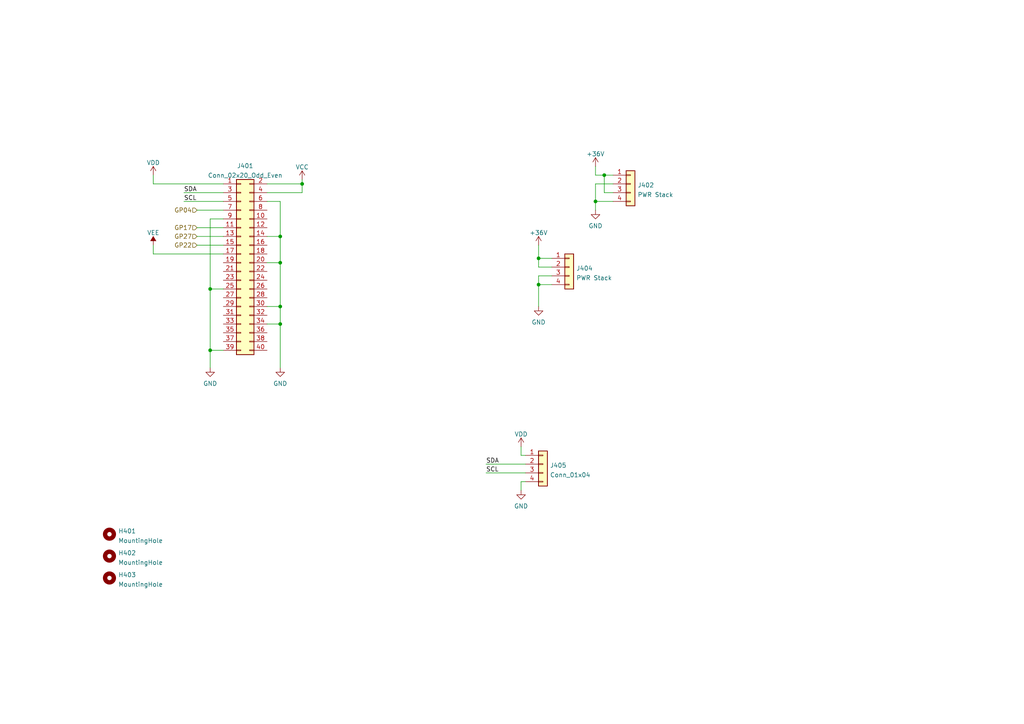
<source format=kicad_sch>
(kicad_sch (version 20211123) (generator eeschema)

  (uuid 62a1ec1f-b84b-4427-be4e-3b3ec131a801)

  (paper "A4")

  (lib_symbols
    (symbol "Connector_Generic:Conn_01x04" (pin_names (offset 1.016) hide) (in_bom yes) (on_board yes)
      (property "Reference" "J" (id 0) (at 0 5.08 0)
        (effects (font (size 1.27 1.27)))
      )
      (property "Value" "Conn_01x04" (id 1) (at 0 -7.62 0)
        (effects (font (size 1.27 1.27)))
      )
      (property "Footprint" "" (id 2) (at 0 0 0)
        (effects (font (size 1.27 1.27)) hide)
      )
      (property "Datasheet" "~" (id 3) (at 0 0 0)
        (effects (font (size 1.27 1.27)) hide)
      )
      (property "ki_keywords" "connector" (id 4) (at 0 0 0)
        (effects (font (size 1.27 1.27)) hide)
      )
      (property "ki_description" "Generic connector, single row, 01x04, script generated (kicad-library-utils/schlib/autogen/connector/)" (id 5) (at 0 0 0)
        (effects (font (size 1.27 1.27)) hide)
      )
      (property "ki_fp_filters" "Connector*:*_1x??_*" (id 6) (at 0 0 0)
        (effects (font (size 1.27 1.27)) hide)
      )
      (symbol "Conn_01x04_1_1"
        (rectangle (start -1.27 -4.953) (end 0 -5.207)
          (stroke (width 0.1524) (type default) (color 0 0 0 0))
          (fill (type none))
        )
        (rectangle (start -1.27 -2.413) (end 0 -2.667)
          (stroke (width 0.1524) (type default) (color 0 0 0 0))
          (fill (type none))
        )
        (rectangle (start -1.27 0.127) (end 0 -0.127)
          (stroke (width 0.1524) (type default) (color 0 0 0 0))
          (fill (type none))
        )
        (rectangle (start -1.27 2.667) (end 0 2.413)
          (stroke (width 0.1524) (type default) (color 0 0 0 0))
          (fill (type none))
        )
        (rectangle (start -1.27 3.81) (end 1.27 -6.35)
          (stroke (width 0.254) (type default) (color 0 0 0 0))
          (fill (type background))
        )
        (pin passive line (at -5.08 2.54 0) (length 3.81)
          (name "Pin_1" (effects (font (size 1.27 1.27))))
          (number "1" (effects (font (size 1.27 1.27))))
        )
        (pin passive line (at -5.08 0 0) (length 3.81)
          (name "Pin_2" (effects (font (size 1.27 1.27))))
          (number "2" (effects (font (size 1.27 1.27))))
        )
        (pin passive line (at -5.08 -2.54 0) (length 3.81)
          (name "Pin_3" (effects (font (size 1.27 1.27))))
          (number "3" (effects (font (size 1.27 1.27))))
        )
        (pin passive line (at -5.08 -5.08 0) (length 3.81)
          (name "Pin_4" (effects (font (size 1.27 1.27))))
          (number "4" (effects (font (size 1.27 1.27))))
        )
      )
    )
    (symbol "Connector_Generic:Conn_02x20_Odd_Even" (pin_names (offset 1.016) hide) (in_bom yes) (on_board yes)
      (property "Reference" "J" (id 0) (at 1.27 25.4 0)
        (effects (font (size 1.27 1.27)))
      )
      (property "Value" "Conn_02x20_Odd_Even" (id 1) (at 1.27 -27.94 0)
        (effects (font (size 1.27 1.27)))
      )
      (property "Footprint" "" (id 2) (at 0 0 0)
        (effects (font (size 1.27 1.27)) hide)
      )
      (property "Datasheet" "~" (id 3) (at 0 0 0)
        (effects (font (size 1.27 1.27)) hide)
      )
      (property "ki_keywords" "connector" (id 4) (at 0 0 0)
        (effects (font (size 1.27 1.27)) hide)
      )
      (property "ki_description" "Generic connector, double row, 02x20, odd/even pin numbering scheme (row 1 odd numbers, row 2 even numbers), script generated (kicad-library-utils/schlib/autogen/connector/)" (id 5) (at 0 0 0)
        (effects (font (size 1.27 1.27)) hide)
      )
      (property "ki_fp_filters" "Connector*:*_2x??_*" (id 6) (at 0 0 0)
        (effects (font (size 1.27 1.27)) hide)
      )
      (symbol "Conn_02x20_Odd_Even_1_1"
        (rectangle (start -1.27 -25.273) (end 0 -25.527)
          (stroke (width 0.1524) (type default) (color 0 0 0 0))
          (fill (type none))
        )
        (rectangle (start -1.27 -22.733) (end 0 -22.987)
          (stroke (width 0.1524) (type default) (color 0 0 0 0))
          (fill (type none))
        )
        (rectangle (start -1.27 -20.193) (end 0 -20.447)
          (stroke (width 0.1524) (type default) (color 0 0 0 0))
          (fill (type none))
        )
        (rectangle (start -1.27 -17.653) (end 0 -17.907)
          (stroke (width 0.1524) (type default) (color 0 0 0 0))
          (fill (type none))
        )
        (rectangle (start -1.27 -15.113) (end 0 -15.367)
          (stroke (width 0.1524) (type default) (color 0 0 0 0))
          (fill (type none))
        )
        (rectangle (start -1.27 -12.573) (end 0 -12.827)
          (stroke (width 0.1524) (type default) (color 0 0 0 0))
          (fill (type none))
        )
        (rectangle (start -1.27 -10.033) (end 0 -10.287)
          (stroke (width 0.1524) (type default) (color 0 0 0 0))
          (fill (type none))
        )
        (rectangle (start -1.27 -7.493) (end 0 -7.747)
          (stroke (width 0.1524) (type default) (color 0 0 0 0))
          (fill (type none))
        )
        (rectangle (start -1.27 -4.953) (end 0 -5.207)
          (stroke (width 0.1524) (type default) (color 0 0 0 0))
          (fill (type none))
        )
        (rectangle (start -1.27 -2.413) (end 0 -2.667)
          (stroke (width 0.1524) (type default) (color 0 0 0 0))
          (fill (type none))
        )
        (rectangle (start -1.27 0.127) (end 0 -0.127)
          (stroke (width 0.1524) (type default) (color 0 0 0 0))
          (fill (type none))
        )
        (rectangle (start -1.27 2.667) (end 0 2.413)
          (stroke (width 0.1524) (type default) (color 0 0 0 0))
          (fill (type none))
        )
        (rectangle (start -1.27 5.207) (end 0 4.953)
          (stroke (width 0.1524) (type default) (color 0 0 0 0))
          (fill (type none))
        )
        (rectangle (start -1.27 7.747) (end 0 7.493)
          (stroke (width 0.1524) (type default) (color 0 0 0 0))
          (fill (type none))
        )
        (rectangle (start -1.27 10.287) (end 0 10.033)
          (stroke (width 0.1524) (type default) (color 0 0 0 0))
          (fill (type none))
        )
        (rectangle (start -1.27 12.827) (end 0 12.573)
          (stroke (width 0.1524) (type default) (color 0 0 0 0))
          (fill (type none))
        )
        (rectangle (start -1.27 15.367) (end 0 15.113)
          (stroke (width 0.1524) (type default) (color 0 0 0 0))
          (fill (type none))
        )
        (rectangle (start -1.27 17.907) (end 0 17.653)
          (stroke (width 0.1524) (type default) (color 0 0 0 0))
          (fill (type none))
        )
        (rectangle (start -1.27 20.447) (end 0 20.193)
          (stroke (width 0.1524) (type default) (color 0 0 0 0))
          (fill (type none))
        )
        (rectangle (start -1.27 22.987) (end 0 22.733)
          (stroke (width 0.1524) (type default) (color 0 0 0 0))
          (fill (type none))
        )
        (rectangle (start -1.27 24.13) (end 3.81 -26.67)
          (stroke (width 0.254) (type default) (color 0 0 0 0))
          (fill (type background))
        )
        (rectangle (start 3.81 -25.273) (end 2.54 -25.527)
          (stroke (width 0.1524) (type default) (color 0 0 0 0))
          (fill (type none))
        )
        (rectangle (start 3.81 -22.733) (end 2.54 -22.987)
          (stroke (width 0.1524) (type default) (color 0 0 0 0))
          (fill (type none))
        )
        (rectangle (start 3.81 -20.193) (end 2.54 -20.447)
          (stroke (width 0.1524) (type default) (color 0 0 0 0))
          (fill (type none))
        )
        (rectangle (start 3.81 -17.653) (end 2.54 -17.907)
          (stroke (width 0.1524) (type default) (color 0 0 0 0))
          (fill (type none))
        )
        (rectangle (start 3.81 -15.113) (end 2.54 -15.367)
          (stroke (width 0.1524) (type default) (color 0 0 0 0))
          (fill (type none))
        )
        (rectangle (start 3.81 -12.573) (end 2.54 -12.827)
          (stroke (width 0.1524) (type default) (color 0 0 0 0))
          (fill (type none))
        )
        (rectangle (start 3.81 -10.033) (end 2.54 -10.287)
          (stroke (width 0.1524) (type default) (color 0 0 0 0))
          (fill (type none))
        )
        (rectangle (start 3.81 -7.493) (end 2.54 -7.747)
          (stroke (width 0.1524) (type default) (color 0 0 0 0))
          (fill (type none))
        )
        (rectangle (start 3.81 -4.953) (end 2.54 -5.207)
          (stroke (width 0.1524) (type default) (color 0 0 0 0))
          (fill (type none))
        )
        (rectangle (start 3.81 -2.413) (end 2.54 -2.667)
          (stroke (width 0.1524) (type default) (color 0 0 0 0))
          (fill (type none))
        )
        (rectangle (start 3.81 0.127) (end 2.54 -0.127)
          (stroke (width 0.1524) (type default) (color 0 0 0 0))
          (fill (type none))
        )
        (rectangle (start 3.81 2.667) (end 2.54 2.413)
          (stroke (width 0.1524) (type default) (color 0 0 0 0))
          (fill (type none))
        )
        (rectangle (start 3.81 5.207) (end 2.54 4.953)
          (stroke (width 0.1524) (type default) (color 0 0 0 0))
          (fill (type none))
        )
        (rectangle (start 3.81 7.747) (end 2.54 7.493)
          (stroke (width 0.1524) (type default) (color 0 0 0 0))
          (fill (type none))
        )
        (rectangle (start 3.81 10.287) (end 2.54 10.033)
          (stroke (width 0.1524) (type default) (color 0 0 0 0))
          (fill (type none))
        )
        (rectangle (start 3.81 12.827) (end 2.54 12.573)
          (stroke (width 0.1524) (type default) (color 0 0 0 0))
          (fill (type none))
        )
        (rectangle (start 3.81 15.367) (end 2.54 15.113)
          (stroke (width 0.1524) (type default) (color 0 0 0 0))
          (fill (type none))
        )
        (rectangle (start 3.81 17.907) (end 2.54 17.653)
          (stroke (width 0.1524) (type default) (color 0 0 0 0))
          (fill (type none))
        )
        (rectangle (start 3.81 20.447) (end 2.54 20.193)
          (stroke (width 0.1524) (type default) (color 0 0 0 0))
          (fill (type none))
        )
        (rectangle (start 3.81 22.987) (end 2.54 22.733)
          (stroke (width 0.1524) (type default) (color 0 0 0 0))
          (fill (type none))
        )
        (pin passive line (at -5.08 22.86 0) (length 3.81)
          (name "Pin_1" (effects (font (size 1.27 1.27))))
          (number "1" (effects (font (size 1.27 1.27))))
        )
        (pin passive line (at 7.62 12.7 180) (length 3.81)
          (name "Pin_10" (effects (font (size 1.27 1.27))))
          (number "10" (effects (font (size 1.27 1.27))))
        )
        (pin passive line (at -5.08 10.16 0) (length 3.81)
          (name "Pin_11" (effects (font (size 1.27 1.27))))
          (number "11" (effects (font (size 1.27 1.27))))
        )
        (pin passive line (at 7.62 10.16 180) (length 3.81)
          (name "Pin_12" (effects (font (size 1.27 1.27))))
          (number "12" (effects (font (size 1.27 1.27))))
        )
        (pin passive line (at -5.08 7.62 0) (length 3.81)
          (name "Pin_13" (effects (font (size 1.27 1.27))))
          (number "13" (effects (font (size 1.27 1.27))))
        )
        (pin passive line (at 7.62 7.62 180) (length 3.81)
          (name "Pin_14" (effects (font (size 1.27 1.27))))
          (number "14" (effects (font (size 1.27 1.27))))
        )
        (pin passive line (at -5.08 5.08 0) (length 3.81)
          (name "Pin_15" (effects (font (size 1.27 1.27))))
          (number "15" (effects (font (size 1.27 1.27))))
        )
        (pin passive line (at 7.62 5.08 180) (length 3.81)
          (name "Pin_16" (effects (font (size 1.27 1.27))))
          (number "16" (effects (font (size 1.27 1.27))))
        )
        (pin passive line (at -5.08 2.54 0) (length 3.81)
          (name "Pin_17" (effects (font (size 1.27 1.27))))
          (number "17" (effects (font (size 1.27 1.27))))
        )
        (pin passive line (at 7.62 2.54 180) (length 3.81)
          (name "Pin_18" (effects (font (size 1.27 1.27))))
          (number "18" (effects (font (size 1.27 1.27))))
        )
        (pin passive line (at -5.08 0 0) (length 3.81)
          (name "Pin_19" (effects (font (size 1.27 1.27))))
          (number "19" (effects (font (size 1.27 1.27))))
        )
        (pin passive line (at 7.62 22.86 180) (length 3.81)
          (name "Pin_2" (effects (font (size 1.27 1.27))))
          (number "2" (effects (font (size 1.27 1.27))))
        )
        (pin passive line (at 7.62 0 180) (length 3.81)
          (name "Pin_20" (effects (font (size 1.27 1.27))))
          (number "20" (effects (font (size 1.27 1.27))))
        )
        (pin passive line (at -5.08 -2.54 0) (length 3.81)
          (name "Pin_21" (effects (font (size 1.27 1.27))))
          (number "21" (effects (font (size 1.27 1.27))))
        )
        (pin passive line (at 7.62 -2.54 180) (length 3.81)
          (name "Pin_22" (effects (font (size 1.27 1.27))))
          (number "22" (effects (font (size 1.27 1.27))))
        )
        (pin passive line (at -5.08 -5.08 0) (length 3.81)
          (name "Pin_23" (effects (font (size 1.27 1.27))))
          (number "23" (effects (font (size 1.27 1.27))))
        )
        (pin passive line (at 7.62 -5.08 180) (length 3.81)
          (name "Pin_24" (effects (font (size 1.27 1.27))))
          (number "24" (effects (font (size 1.27 1.27))))
        )
        (pin passive line (at -5.08 -7.62 0) (length 3.81)
          (name "Pin_25" (effects (font (size 1.27 1.27))))
          (number "25" (effects (font (size 1.27 1.27))))
        )
        (pin passive line (at 7.62 -7.62 180) (length 3.81)
          (name "Pin_26" (effects (font (size 1.27 1.27))))
          (number "26" (effects (font (size 1.27 1.27))))
        )
        (pin passive line (at -5.08 -10.16 0) (length 3.81)
          (name "Pin_27" (effects (font (size 1.27 1.27))))
          (number "27" (effects (font (size 1.27 1.27))))
        )
        (pin passive line (at 7.62 -10.16 180) (length 3.81)
          (name "Pin_28" (effects (font (size 1.27 1.27))))
          (number "28" (effects (font (size 1.27 1.27))))
        )
        (pin passive line (at -5.08 -12.7 0) (length 3.81)
          (name "Pin_29" (effects (font (size 1.27 1.27))))
          (number "29" (effects (font (size 1.27 1.27))))
        )
        (pin passive line (at -5.08 20.32 0) (length 3.81)
          (name "Pin_3" (effects (font (size 1.27 1.27))))
          (number "3" (effects (font (size 1.27 1.27))))
        )
        (pin passive line (at 7.62 -12.7 180) (length 3.81)
          (name "Pin_30" (effects (font (size 1.27 1.27))))
          (number "30" (effects (font (size 1.27 1.27))))
        )
        (pin passive line (at -5.08 -15.24 0) (length 3.81)
          (name "Pin_31" (effects (font (size 1.27 1.27))))
          (number "31" (effects (font (size 1.27 1.27))))
        )
        (pin passive line (at 7.62 -15.24 180) (length 3.81)
          (name "Pin_32" (effects (font (size 1.27 1.27))))
          (number "32" (effects (font (size 1.27 1.27))))
        )
        (pin passive line (at -5.08 -17.78 0) (length 3.81)
          (name "Pin_33" (effects (font (size 1.27 1.27))))
          (number "33" (effects (font (size 1.27 1.27))))
        )
        (pin passive line (at 7.62 -17.78 180) (length 3.81)
          (name "Pin_34" (effects (font (size 1.27 1.27))))
          (number "34" (effects (font (size 1.27 1.27))))
        )
        (pin passive line (at -5.08 -20.32 0) (length 3.81)
          (name "Pin_35" (effects (font (size 1.27 1.27))))
          (number "35" (effects (font (size 1.27 1.27))))
        )
        (pin passive line (at 7.62 -20.32 180) (length 3.81)
          (name "Pin_36" (effects (font (size 1.27 1.27))))
          (number "36" (effects (font (size 1.27 1.27))))
        )
        (pin passive line (at -5.08 -22.86 0) (length 3.81)
          (name "Pin_37" (effects (font (size 1.27 1.27))))
          (number "37" (effects (font (size 1.27 1.27))))
        )
        (pin passive line (at 7.62 -22.86 180) (length 3.81)
          (name "Pin_38" (effects (font (size 1.27 1.27))))
          (number "38" (effects (font (size 1.27 1.27))))
        )
        (pin passive line (at -5.08 -25.4 0) (length 3.81)
          (name "Pin_39" (effects (font (size 1.27 1.27))))
          (number "39" (effects (font (size 1.27 1.27))))
        )
        (pin passive line (at 7.62 20.32 180) (length 3.81)
          (name "Pin_4" (effects (font (size 1.27 1.27))))
          (number "4" (effects (font (size 1.27 1.27))))
        )
        (pin passive line (at 7.62 -25.4 180) (length 3.81)
          (name "Pin_40" (effects (font (size 1.27 1.27))))
          (number "40" (effects (font (size 1.27 1.27))))
        )
        (pin passive line (at -5.08 17.78 0) (length 3.81)
          (name "Pin_5" (effects (font (size 1.27 1.27))))
          (number "5" (effects (font (size 1.27 1.27))))
        )
        (pin passive line (at 7.62 17.78 180) (length 3.81)
          (name "Pin_6" (effects (font (size 1.27 1.27))))
          (number "6" (effects (font (size 1.27 1.27))))
        )
        (pin passive line (at -5.08 15.24 0) (length 3.81)
          (name "Pin_7" (effects (font (size 1.27 1.27))))
          (number "7" (effects (font (size 1.27 1.27))))
        )
        (pin passive line (at 7.62 15.24 180) (length 3.81)
          (name "Pin_8" (effects (font (size 1.27 1.27))))
          (number "8" (effects (font (size 1.27 1.27))))
        )
        (pin passive line (at -5.08 12.7 0) (length 3.81)
          (name "Pin_9" (effects (font (size 1.27 1.27))))
          (number "9" (effects (font (size 1.27 1.27))))
        )
      )
    )
    (symbol "Mechanical:MountingHole" (pin_names (offset 1.016)) (in_bom yes) (on_board yes)
      (property "Reference" "H" (id 0) (at 0 5.08 0)
        (effects (font (size 1.27 1.27)))
      )
      (property "Value" "MountingHole" (id 1) (at 0 3.175 0)
        (effects (font (size 1.27 1.27)))
      )
      (property "Footprint" "" (id 2) (at 0 0 0)
        (effects (font (size 1.27 1.27)) hide)
      )
      (property "Datasheet" "~" (id 3) (at 0 0 0)
        (effects (font (size 1.27 1.27)) hide)
      )
      (property "ki_keywords" "mounting hole" (id 4) (at 0 0 0)
        (effects (font (size 1.27 1.27)) hide)
      )
      (property "ki_description" "Mounting Hole without connection" (id 5) (at 0 0 0)
        (effects (font (size 1.27 1.27)) hide)
      )
      (property "ki_fp_filters" "MountingHole*" (id 6) (at 0 0 0)
        (effects (font (size 1.27 1.27)) hide)
      )
      (symbol "MountingHole_0_1"
        (circle (center 0 0) (radius 1.27)
          (stroke (width 1.27) (type default) (color 0 0 0 0))
          (fill (type none))
        )
      )
    )
    (symbol "power:+36V" (power) (pin_names (offset 0)) (in_bom yes) (on_board yes)
      (property "Reference" "#PWR" (id 0) (at 0 -3.81 0)
        (effects (font (size 1.27 1.27)) hide)
      )
      (property "Value" "+36V" (id 1) (at 0 3.556 0)
        (effects (font (size 1.27 1.27)))
      )
      (property "Footprint" "" (id 2) (at 0 0 0)
        (effects (font (size 1.27 1.27)) hide)
      )
      (property "Datasheet" "" (id 3) (at 0 0 0)
        (effects (font (size 1.27 1.27)) hide)
      )
      (property "ki_keywords" "power-flag" (id 4) (at 0 0 0)
        (effects (font (size 1.27 1.27)) hide)
      )
      (property "ki_description" "Power symbol creates a global label with name \"+36V\"" (id 5) (at 0 0 0)
        (effects (font (size 1.27 1.27)) hide)
      )
      (symbol "+36V_0_1"
        (polyline
          (pts
            (xy -0.762 1.27)
            (xy 0 2.54)
          )
          (stroke (width 0) (type default) (color 0 0 0 0))
          (fill (type none))
        )
        (polyline
          (pts
            (xy 0 0)
            (xy 0 2.54)
          )
          (stroke (width 0) (type default) (color 0 0 0 0))
          (fill (type none))
        )
        (polyline
          (pts
            (xy 0 2.54)
            (xy 0.762 1.27)
          )
          (stroke (width 0) (type default) (color 0 0 0 0))
          (fill (type none))
        )
      )
      (symbol "+36V_1_1"
        (pin power_in line (at 0 0 90) (length 0) hide
          (name "+36V" (effects (font (size 1.27 1.27))))
          (number "1" (effects (font (size 1.27 1.27))))
        )
      )
    )
    (symbol "power:GND" (power) (pin_names (offset 0)) (in_bom yes) (on_board yes)
      (property "Reference" "#PWR" (id 0) (at 0 -6.35 0)
        (effects (font (size 1.27 1.27)) hide)
      )
      (property "Value" "GND" (id 1) (at 0 -3.81 0)
        (effects (font (size 1.27 1.27)))
      )
      (property "Footprint" "" (id 2) (at 0 0 0)
        (effects (font (size 1.27 1.27)) hide)
      )
      (property "Datasheet" "" (id 3) (at 0 0 0)
        (effects (font (size 1.27 1.27)) hide)
      )
      (property "ki_keywords" "power-flag" (id 4) (at 0 0 0)
        (effects (font (size 1.27 1.27)) hide)
      )
      (property "ki_description" "Power symbol creates a global label with name \"GND\" , ground" (id 5) (at 0 0 0)
        (effects (font (size 1.27 1.27)) hide)
      )
      (symbol "GND_0_1"
        (polyline
          (pts
            (xy 0 0)
            (xy 0 -1.27)
            (xy 1.27 -1.27)
            (xy 0 -2.54)
            (xy -1.27 -1.27)
            (xy 0 -1.27)
          )
          (stroke (width 0) (type default) (color 0 0 0 0))
          (fill (type none))
        )
      )
      (symbol "GND_1_1"
        (pin power_in line (at 0 0 270) (length 0) hide
          (name "GND" (effects (font (size 1.27 1.27))))
          (number "1" (effects (font (size 1.27 1.27))))
        )
      )
    )
    (symbol "power:VCC" (power) (pin_names (offset 0)) (in_bom yes) (on_board yes)
      (property "Reference" "#PWR" (id 0) (at 0 -3.81 0)
        (effects (font (size 1.27 1.27)) hide)
      )
      (property "Value" "VCC" (id 1) (at 0 3.81 0)
        (effects (font (size 1.27 1.27)))
      )
      (property "Footprint" "" (id 2) (at 0 0 0)
        (effects (font (size 1.27 1.27)) hide)
      )
      (property "Datasheet" "" (id 3) (at 0 0 0)
        (effects (font (size 1.27 1.27)) hide)
      )
      (property "ki_keywords" "power-flag" (id 4) (at 0 0 0)
        (effects (font (size 1.27 1.27)) hide)
      )
      (property "ki_description" "Power symbol creates a global label with name \"VCC\"" (id 5) (at 0 0 0)
        (effects (font (size 1.27 1.27)) hide)
      )
      (symbol "VCC_0_1"
        (polyline
          (pts
            (xy -0.762 1.27)
            (xy 0 2.54)
          )
          (stroke (width 0) (type default) (color 0 0 0 0))
          (fill (type none))
        )
        (polyline
          (pts
            (xy 0 0)
            (xy 0 2.54)
          )
          (stroke (width 0) (type default) (color 0 0 0 0))
          (fill (type none))
        )
        (polyline
          (pts
            (xy 0 2.54)
            (xy 0.762 1.27)
          )
          (stroke (width 0) (type default) (color 0 0 0 0))
          (fill (type none))
        )
      )
      (symbol "VCC_1_1"
        (pin power_in line (at 0 0 90) (length 0) hide
          (name "VCC" (effects (font (size 1.27 1.27))))
          (number "1" (effects (font (size 1.27 1.27))))
        )
      )
    )
    (symbol "power:VDD" (power) (pin_names (offset 0)) (in_bom yes) (on_board yes)
      (property "Reference" "#PWR" (id 0) (at 0 -3.81 0)
        (effects (font (size 1.27 1.27)) hide)
      )
      (property "Value" "VDD" (id 1) (at 0 3.81 0)
        (effects (font (size 1.27 1.27)))
      )
      (property "Footprint" "" (id 2) (at 0 0 0)
        (effects (font (size 1.27 1.27)) hide)
      )
      (property "Datasheet" "" (id 3) (at 0 0 0)
        (effects (font (size 1.27 1.27)) hide)
      )
      (property "ki_keywords" "power-flag" (id 4) (at 0 0 0)
        (effects (font (size 1.27 1.27)) hide)
      )
      (property "ki_description" "Power symbol creates a global label with name \"VDD\"" (id 5) (at 0 0 0)
        (effects (font (size 1.27 1.27)) hide)
      )
      (symbol "VDD_0_1"
        (polyline
          (pts
            (xy -0.762 1.27)
            (xy 0 2.54)
          )
          (stroke (width 0) (type default) (color 0 0 0 0))
          (fill (type none))
        )
        (polyline
          (pts
            (xy 0 0)
            (xy 0 2.54)
          )
          (stroke (width 0) (type default) (color 0 0 0 0))
          (fill (type none))
        )
        (polyline
          (pts
            (xy 0 2.54)
            (xy 0.762 1.27)
          )
          (stroke (width 0) (type default) (color 0 0 0 0))
          (fill (type none))
        )
      )
      (symbol "VDD_1_1"
        (pin power_in line (at 0 0 90) (length 0) hide
          (name "VDD" (effects (font (size 1.27 1.27))))
          (number "1" (effects (font (size 1.27 1.27))))
        )
      )
    )
    (symbol "power:VEE" (power) (pin_names (offset 0)) (in_bom yes) (on_board yes)
      (property "Reference" "#PWR" (id 0) (at 0 -3.81 0)
        (effects (font (size 1.27 1.27)) hide)
      )
      (property "Value" "VEE" (id 1) (at 0 3.81 0)
        (effects (font (size 1.27 1.27)))
      )
      (property "Footprint" "" (id 2) (at 0 0 0)
        (effects (font (size 1.27 1.27)) hide)
      )
      (property "Datasheet" "" (id 3) (at 0 0 0)
        (effects (font (size 1.27 1.27)) hide)
      )
      (property "ki_keywords" "power-flag" (id 4) (at 0 0 0)
        (effects (font (size 1.27 1.27)) hide)
      )
      (property "ki_description" "Power symbol creates a global label with name \"VEE\"" (id 5) (at 0 0 0)
        (effects (font (size 1.27 1.27)) hide)
      )
      (symbol "VEE_0_1"
        (polyline
          (pts
            (xy 0 0)
            (xy 0 2.54)
          )
          (stroke (width 0) (type default) (color 0 0 0 0))
          (fill (type none))
        )
        (polyline
          (pts
            (xy 0.762 1.27)
            (xy -0.762 1.27)
            (xy 0 2.54)
            (xy 0.762 1.27)
          )
          (stroke (width 0) (type default) (color 0 0 0 0))
          (fill (type outline))
        )
      )
      (symbol "VEE_1_1"
        (pin power_in line (at 0 0 90) (length 0) hide
          (name "VEE" (effects (font (size 1.27 1.27))))
          (number "1" (effects (font (size 1.27 1.27))))
        )
      )
    )
  )

  (junction (at 172.72 58.42) (diameter 0) (color 0 0 0 0)
    (uuid 15fcb07b-b465-42d5-8175-624d61c1d734)
  )
  (junction (at 81.28 88.9) (diameter 0) (color 0 0 0 0)
    (uuid 462eb228-8aa3-48dd-8cfa-8b902abfbf20)
  )
  (junction (at 60.96 83.82) (diameter 0) (color 0 0 0 0)
    (uuid 4c6ccb7b-403b-412e-994b-c0d46c490271)
  )
  (junction (at 81.28 76.2) (diameter 0) (color 0 0 0 0)
    (uuid 51b9e90c-d28e-43a3-8ccd-623e4dedd350)
  )
  (junction (at 156.21 74.93) (diameter 0) (color 0 0 0 0)
    (uuid 57332507-2d6f-4b05-9a23-354b2a8d15f9)
  )
  (junction (at 60.96 101.6) (diameter 0) (color 0 0 0 0)
    (uuid 5e28b3b4-bfc8-41dc-a5ed-031c3971e334)
  )
  (junction (at 81.28 68.58) (diameter 0) (color 0 0 0 0)
    (uuid 644e9fd3-00cd-4c5a-8cf2-e2a9de170b3f)
  )
  (junction (at 87.63 53.34) (diameter 0) (color 0 0 0 0)
    (uuid 6869b487-e5aa-4684-b0d8-3afb6211c734)
  )
  (junction (at 81.28 93.98) (diameter 0) (color 0 0 0 0)
    (uuid 83acd39e-68a7-40d2-83a4-e2609f1d7c53)
  )
  (junction (at 175.26 50.8) (diameter 0) (color 0 0 0 0)
    (uuid 950c8a1f-b544-4a09-a49b-c216f476ef50)
  )
  (junction (at 156.21 82.55) (diameter 0) (color 0 0 0 0)
    (uuid f2005ad4-a31b-432d-80ea-79a651bf6255)
  )

  (wire (pts (xy 140.97 134.62) (xy 152.4 134.62))
    (stroke (width 0) (type default) (color 0 0 0 0))
    (uuid 03cb4808-743e-4638-81a2-fd81feb88d5d)
  )
  (wire (pts (xy 156.21 82.55) (xy 160.02 82.55))
    (stroke (width 0) (type default) (color 0 0 0 0))
    (uuid 0772f4fc-3151-402d-a2e8-ec8bf38df224)
  )
  (wire (pts (xy 87.63 53.34) (xy 87.63 55.88))
    (stroke (width 0) (type default) (color 0 0 0 0))
    (uuid 0b7d51fd-739c-4e2a-90ee-a530d92b1018)
  )
  (wire (pts (xy 87.63 55.88) (xy 77.47 55.88))
    (stroke (width 0) (type default) (color 0 0 0 0))
    (uuid 0f23ac77-1177-42e1-827b-7eb9c1971619)
  )
  (wire (pts (xy 77.47 76.2) (xy 81.28 76.2))
    (stroke (width 0) (type default) (color 0 0 0 0))
    (uuid 11a20cda-dac9-4429-b7af-ddaeb3f163c0)
  )
  (wire (pts (xy 156.21 74.93) (xy 160.02 74.93))
    (stroke (width 0) (type default) (color 0 0 0 0))
    (uuid 1ce919f4-fb7f-41ba-be19-4edf12c50c4d)
  )
  (wire (pts (xy 177.8 58.42) (xy 172.72 58.42))
    (stroke (width 0) (type default) (color 0 0 0 0))
    (uuid 1ea4aa58-8f68-4290-bb3c-03d0764d6aba)
  )
  (wire (pts (xy 172.72 48.26) (xy 172.72 50.8))
    (stroke (width 0) (type default) (color 0 0 0 0))
    (uuid 25d8c5cb-5328-4511-b490-328e4fdc1355)
  )
  (wire (pts (xy 60.96 101.6) (xy 60.96 106.68))
    (stroke (width 0) (type default) (color 0 0 0 0))
    (uuid 28c47793-7fbc-4126-b1cb-750c7b7fe43f)
  )
  (wire (pts (xy 81.28 106.68) (xy 81.28 93.98))
    (stroke (width 0) (type default) (color 0 0 0 0))
    (uuid 2a0c2c92-dbea-4d44-a0ac-384547b55b52)
  )
  (wire (pts (xy 44.45 50.8) (xy 44.45 53.34))
    (stroke (width 0) (type default) (color 0 0 0 0))
    (uuid 2c96ca3f-d3b8-4ac1-99e0-5ea18190eecf)
  )
  (wire (pts (xy 172.72 50.8) (xy 175.26 50.8))
    (stroke (width 0) (type default) (color 0 0 0 0))
    (uuid 2cabe5ea-d0a4-40d6-a1ed-55e653e5f39b)
  )
  (wire (pts (xy 64.77 101.6) (xy 60.96 101.6))
    (stroke (width 0) (type default) (color 0 0 0 0))
    (uuid 2d02efcf-f68f-439c-bcff-20fd37aaa885)
  )
  (wire (pts (xy 81.28 93.98) (xy 81.28 88.9))
    (stroke (width 0) (type default) (color 0 0 0 0))
    (uuid 2dff0a1d-dd6e-46a8-bad7-e3629ad1ee17)
  )
  (wire (pts (xy 151.13 129.54) (xy 151.13 132.08))
    (stroke (width 0) (type default) (color 0 0 0 0))
    (uuid 2ea529fd-3532-4c9f-87d5-c95b4717c49b)
  )
  (wire (pts (xy 60.96 83.82) (xy 60.96 101.6))
    (stroke (width 0) (type default) (color 0 0 0 0))
    (uuid 347e01d9-fd8f-459d-b05e-a3ea31d09f38)
  )
  (wire (pts (xy 152.4 139.7) (xy 151.13 139.7))
    (stroke (width 0) (type default) (color 0 0 0 0))
    (uuid 38dab437-fb8a-4b59-86a7-b46a3e758efd)
  )
  (wire (pts (xy 44.45 73.66) (xy 64.77 73.66))
    (stroke (width 0) (type default) (color 0 0 0 0))
    (uuid 3d0a529f-bea6-481d-b3e3-78709acee1b2)
  )
  (wire (pts (xy 81.28 76.2) (xy 81.28 68.58))
    (stroke (width 0) (type default) (color 0 0 0 0))
    (uuid 3dd12983-1c11-4774-87bc-9e6e1cc5b11c)
  )
  (wire (pts (xy 77.47 53.34) (xy 87.63 53.34))
    (stroke (width 0) (type default) (color 0 0 0 0))
    (uuid 3ef65752-7266-4f56-9d9b-597c968df2f0)
  )
  (wire (pts (xy 81.28 68.58) (xy 81.28 58.42))
    (stroke (width 0) (type default) (color 0 0 0 0))
    (uuid 400f54a8-d025-4291-b846-17391f1efeb9)
  )
  (wire (pts (xy 151.13 139.7) (xy 151.13 142.24))
    (stroke (width 0) (type default) (color 0 0 0 0))
    (uuid 42aaa9f9-3580-4e12-96d4-5d7279822910)
  )
  (wire (pts (xy 77.47 68.58) (xy 81.28 68.58))
    (stroke (width 0) (type default) (color 0 0 0 0))
    (uuid 43796a1c-51a6-41c3-80b5-726b5681b846)
  )
  (wire (pts (xy 81.28 88.9) (xy 81.28 76.2))
    (stroke (width 0) (type default) (color 0 0 0 0))
    (uuid 4798d0e3-6c86-4468-8dd6-1818ce36c8c9)
  )
  (wire (pts (xy 64.77 83.82) (xy 60.96 83.82))
    (stroke (width 0) (type default) (color 0 0 0 0))
    (uuid 4a06e4c9-d67f-4559-a0a2-263ea3343cfc)
  )
  (wire (pts (xy 175.26 55.88) (xy 175.26 50.8))
    (stroke (width 0) (type default) (color 0 0 0 0))
    (uuid 4a2bdb04-11f3-4675-8736-8b6d29b5959b)
  )
  (wire (pts (xy 172.72 58.42) (xy 172.72 60.96))
    (stroke (width 0) (type default) (color 0 0 0 0))
    (uuid 4b8486e2-586e-42b6-93e0-4c99b3e667f0)
  )
  (wire (pts (xy 57.15 66.04) (xy 64.77 66.04))
    (stroke (width 0) (type default) (color 0 0 0 0))
    (uuid 525cc7ff-4a2d-40a6-a52c-dd04367cf1c0)
  )
  (wire (pts (xy 152.4 132.08) (xy 151.13 132.08))
    (stroke (width 0) (type default) (color 0 0 0 0))
    (uuid 529715e5-d3ce-44a2-812b-41b5be13b683)
  )
  (wire (pts (xy 156.21 71.12) (xy 156.21 74.93))
    (stroke (width 0) (type default) (color 0 0 0 0))
    (uuid 52b0df26-b13a-4c9e-b765-4793426efd17)
  )
  (wire (pts (xy 64.77 63.5) (xy 60.96 63.5))
    (stroke (width 0) (type default) (color 0 0 0 0))
    (uuid 61bcd01d-37f8-40ab-aceb-a980cd255c10)
  )
  (wire (pts (xy 53.34 58.42) (xy 64.77 58.42))
    (stroke (width 0) (type default) (color 0 0 0 0))
    (uuid 68a6468a-b816-428a-897e-fd0375b6c527)
  )
  (wire (pts (xy 177.8 55.88) (xy 175.26 55.88))
    (stroke (width 0) (type default) (color 0 0 0 0))
    (uuid 6973084a-7376-47b4-8b75-df51406d2ec7)
  )
  (wire (pts (xy 160.02 80.01) (xy 156.21 80.01))
    (stroke (width 0) (type default) (color 0 0 0 0))
    (uuid 7b9daf6b-f42d-4700-bd95-677eb4908cc4)
  )
  (wire (pts (xy 77.47 93.98) (xy 81.28 93.98))
    (stroke (width 0) (type default) (color 0 0 0 0))
    (uuid 8022cf55-302a-45ce-b9b6-96d73c8ca052)
  )
  (wire (pts (xy 57.15 71.12) (xy 64.77 71.12))
    (stroke (width 0) (type default) (color 0 0 0 0))
    (uuid 8a637328-98cb-4d9f-ad5f-e48b1c3265f3)
  )
  (wire (pts (xy 77.47 88.9) (xy 81.28 88.9))
    (stroke (width 0) (type default) (color 0 0 0 0))
    (uuid 8cdeb946-462c-4a06-8097-6dacab671503)
  )
  (wire (pts (xy 156.21 74.93) (xy 156.21 77.47))
    (stroke (width 0) (type default) (color 0 0 0 0))
    (uuid 8d514df7-ffef-4447-9033-e9213cb90b87)
  )
  (wire (pts (xy 156.21 82.55) (xy 156.21 88.9))
    (stroke (width 0) (type default) (color 0 0 0 0))
    (uuid 9d412f59-1d4b-4ea1-9a7e-f6c9313efdaf)
  )
  (wire (pts (xy 172.72 53.34) (xy 172.72 58.42))
    (stroke (width 0) (type default) (color 0 0 0 0))
    (uuid ada61b2b-5655-47a1-9efd-c7d489530d90)
  )
  (wire (pts (xy 57.15 68.58) (xy 64.77 68.58))
    (stroke (width 0) (type default) (color 0 0 0 0))
    (uuid b6901046-99c6-46b8-9a54-5c87ff8d986e)
  )
  (wire (pts (xy 172.72 53.34) (xy 177.8 53.34))
    (stroke (width 0) (type default) (color 0 0 0 0))
    (uuid b70ee907-cf21-473a-a117-f0e6125e9266)
  )
  (wire (pts (xy 140.97 137.16) (xy 152.4 137.16))
    (stroke (width 0) (type default) (color 0 0 0 0))
    (uuid bcf265cc-15b0-46b2-8363-79d85c4b1b05)
  )
  (wire (pts (xy 60.96 63.5) (xy 60.96 83.82))
    (stroke (width 0) (type default) (color 0 0 0 0))
    (uuid bf2f2d60-3411-463a-8d50-6ddfe1028ebc)
  )
  (wire (pts (xy 44.45 71.12) (xy 44.45 73.66))
    (stroke (width 0) (type default) (color 0 0 0 0))
    (uuid bf36186f-1cfd-4b2f-9597-6f062985db2e)
  )
  (wire (pts (xy 156.21 80.01) (xy 156.21 82.55))
    (stroke (width 0) (type default) (color 0 0 0 0))
    (uuid c2a225c5-fd9f-4278-a98f-30380696b18b)
  )
  (wire (pts (xy 87.63 52.07) (xy 87.63 53.34))
    (stroke (width 0) (type default) (color 0 0 0 0))
    (uuid cdfde744-7dba-4cdd-a831-e0a684c3741c)
  )
  (wire (pts (xy 81.28 58.42) (xy 77.47 58.42))
    (stroke (width 0) (type default) (color 0 0 0 0))
    (uuid d0d9d6e2-d4ea-48e1-9387-64aa5b89d452)
  )
  (wire (pts (xy 44.45 53.34) (xy 64.77 53.34))
    (stroke (width 0) (type default) (color 0 0 0 0))
    (uuid d14c315b-8135-43dd-8ad7-f9bf0a6091eb)
  )
  (wire (pts (xy 160.02 77.47) (xy 156.21 77.47))
    (stroke (width 0) (type default) (color 0 0 0 0))
    (uuid d56d82e2-6fa4-4135-9209-09110b5890ef)
  )
  (wire (pts (xy 175.26 50.8) (xy 177.8 50.8))
    (stroke (width 0) (type default) (color 0 0 0 0))
    (uuid e9a64594-cb55-4e00-860b-7ee190555404)
  )
  (wire (pts (xy 53.34 55.88) (xy 64.77 55.88))
    (stroke (width 0) (type default) (color 0 0 0 0))
    (uuid f1ce561f-1489-4028-90fc-b22a58ee5112)
  )
  (wire (pts (xy 57.15 60.96) (xy 64.77 60.96))
    (stroke (width 0) (type default) (color 0 0 0 0))
    (uuid fd0f75d2-77b0-4746-95ab-13d9c55cf951)
  )

  (label "SDA" (at 140.97 134.62 0)
    (effects (font (size 1.27 1.27)) (justify left bottom))
    (uuid 09e75e59-016f-4b20-9c22-8dd5be7bee12)
  )
  (label "SCL" (at 53.34 58.42 0)
    (effects (font (size 1.27 1.27)) (justify left bottom))
    (uuid 0e935da4-8e0b-4ad9-b009-5eaf7967b02a)
  )
  (label "SDA" (at 53.34 55.88 0)
    (effects (font (size 1.27 1.27)) (justify left bottom))
    (uuid 52bd69af-5ac2-4647-8849-907734fda228)
  )
  (label "SCL" (at 140.97 137.16 0)
    (effects (font (size 1.27 1.27)) (justify left bottom))
    (uuid bc05e2d3-12db-43ef-a510-7924a4568f2d)
  )

  (hierarchical_label "GP22" (shape input) (at 57.15 71.12 180)
    (effects (font (size 1.27 1.27)) (justify right))
    (uuid 48721874-5e77-43f6-a339-c41e9562fb39)
  )
  (hierarchical_label "GP27" (shape input) (at 57.15 68.58 180)
    (effects (font (size 1.27 1.27)) (justify right))
    (uuid 58c8a337-d576-4ef7-b943-0761c8bd1597)
  )
  (hierarchical_label "GP04" (shape input) (at 57.15 60.96 180)
    (effects (font (size 1.27 1.27)) (justify right))
    (uuid a58d806c-40a4-4da3-8901-6c593b601e34)
  )
  (hierarchical_label "GP17" (shape input) (at 57.15 66.04 180)
    (effects (font (size 1.27 1.27)) (justify right))
    (uuid f5c3dbb3-7168-43e1-b7e3-74d61ec9f48b)
  )

  (symbol (lib_id "power:GND") (at 81.28 106.68 0) (unit 1)
    (in_bom yes) (on_board yes) (fields_autoplaced)
    (uuid 067dfa0b-444e-48b9-b1e8-5f3c3e0459e0)
    (property "Reference" "#PWR0403" (id 0) (at 81.28 113.03 0)
      (effects (font (size 1.27 1.27)) hide)
    )
    (property "Value" "GND" (id 1) (at 81.28 111.2425 0))
    (property "Footprint" "" (id 2) (at 81.28 106.68 0)
      (effects (font (size 1.27 1.27)) hide)
    )
    (property "Datasheet" "" (id 3) (at 81.28 106.68 0)
      (effects (font (size 1.27 1.27)) hide)
    )
    (pin "1" (uuid 350d699f-75e4-4302-83ea-72fa8e3f9ad4))
  )

  (symbol (lib_id "Connector_Generic:Conn_01x04") (at 165.1 77.47 0) (unit 1)
    (in_bom yes) (on_board yes) (fields_autoplaced)
    (uuid 145f6bd8-a9e2-4279-93b6-4522ff16de18)
    (property "Reference" "J404" (id 0) (at 167.132 77.8315 0)
      (effects (font (size 1.27 1.27)) (justify left))
    )
    (property "Value" "PWR Stack" (id 1) (at 167.132 80.6066 0)
      (effects (font (size 1.27 1.27)) (justify left))
    )
    (property "Footprint" "Connector_PinSocket_2.54mm:PinSocket_2x02_P2.54mm_Vertical" (id 2) (at 165.1 77.47 0)
      (effects (font (size 1.27 1.27)) hide)
    )
    (property "Datasheet" "~" (id 3) (at 165.1 77.47 0)
      (effects (font (size 1.27 1.27)) hide)
    )
    (pin "1" (uuid 8afdd360-6a31-402e-89c9-bc1685cdec9e))
    (pin "2" (uuid ad0a4724-837d-445c-95fb-d0881ae10ae8))
    (pin "3" (uuid 282152ca-b32f-4d17-ad0b-e290f445f0e4))
    (pin "4" (uuid e7e63685-bd64-4436-b255-f0d933bed55d))
  )

  (symbol (lib_id "power:GND") (at 151.13 142.24 0) (unit 1)
    (in_bom yes) (on_board yes) (fields_autoplaced)
    (uuid 2653b6e0-9f32-47de-a488-18794d6b9cb3)
    (property "Reference" "#PWR0109" (id 0) (at 151.13 148.59 0)
      (effects (font (size 1.27 1.27)) hide)
    )
    (property "Value" "GND" (id 1) (at 151.13 146.8025 0))
    (property "Footprint" "" (id 2) (at 151.13 142.24 0)
      (effects (font (size 1.27 1.27)) hide)
    )
    (property "Datasheet" "" (id 3) (at 151.13 142.24 0)
      (effects (font (size 1.27 1.27)) hide)
    )
    (pin "1" (uuid 81097c4b-b301-4b85-b0ac-a795c341944e))
  )

  (symbol (lib_id "power:VCC") (at 87.63 52.07 0) (unit 1)
    (in_bom yes) (on_board yes) (fields_autoplaced)
    (uuid 28383365-0142-418d-bdda-ad8407fb60f1)
    (property "Reference" "#PWR0404" (id 0) (at 87.63 55.88 0)
      (effects (font (size 1.27 1.27)) hide)
    )
    (property "Value" "VCC" (id 1) (at 87.63 48.4655 0))
    (property "Footprint" "" (id 2) (at 87.63 52.07 0)
      (effects (font (size 1.27 1.27)) hide)
    )
    (property "Datasheet" "" (id 3) (at 87.63 52.07 0)
      (effects (font (size 1.27 1.27)) hide)
    )
    (pin "1" (uuid ffe01fdf-0864-4f94-a705-acc9b31f86d5))
  )

  (symbol (lib_id "Connector_Generic:Conn_01x04") (at 157.48 134.62 0) (unit 1)
    (in_bom yes) (on_board yes) (fields_autoplaced)
    (uuid 2c6acb5e-8b83-4db4-9d49-e9e71dce3c8d)
    (property "Reference" "J405" (id 0) (at 159.512 134.9815 0)
      (effects (font (size 1.27 1.27)) (justify left))
    )
    (property "Value" "Conn_01x04" (id 1) (at 159.512 137.7566 0)
      (effects (font (size 1.27 1.27)) (justify left))
    )
    (property "Footprint" "Connector_PinSocket_2.54mm:PinSocket_1x04_P2.54mm_Vertical" (id 2) (at 157.48 134.62 0)
      (effects (font (size 1.27 1.27)) hide)
    )
    (property "Datasheet" "~" (id 3) (at 157.48 134.62 0)
      (effects (font (size 1.27 1.27)) hide)
    )
    (pin "1" (uuid 26312a04-4dc5-4b29-aef7-79a4d08b21b5))
    (pin "2" (uuid e7cdf01a-0b2b-4f28-87f9-f03854a098a8))
    (pin "3" (uuid e89a6463-af05-49ac-9e1a-015d86160305))
    (pin "4" (uuid fe55dfdf-9aff-424a-904e-1955c842c8e8))
  )

  (symbol (lib_id "power:VDD") (at 44.45 50.8 0) (unit 1)
    (in_bom yes) (on_board yes) (fields_autoplaced)
    (uuid 39ff7049-8a3e-4905-a5d5-9fdadd20811b)
    (property "Reference" "#PWR0102" (id 0) (at 44.45 54.61 0)
      (effects (font (size 1.27 1.27)) hide)
    )
    (property "Value" "VDD" (id 1) (at 44.45 47.1955 0))
    (property "Footprint" "" (id 2) (at 44.45 50.8 0)
      (effects (font (size 1.27 1.27)) hide)
    )
    (property "Datasheet" "" (id 3) (at 44.45 50.8 0)
      (effects (font (size 1.27 1.27)) hide)
    )
    (pin "1" (uuid 41efa29d-5929-44f8-b379-47935cf79a84))
  )

  (symbol (lib_id "power:+36V") (at 156.21 71.12 0) (unit 1)
    (in_bom yes) (on_board yes) (fields_autoplaced)
    (uuid 54cc1015-c8e4-4917-874c-fd76349406ac)
    (property "Reference" "#PWR0107" (id 0) (at 156.21 74.93 0)
      (effects (font (size 1.27 1.27)) hide)
    )
    (property "Value" "+36V" (id 1) (at 156.21 67.5155 0))
    (property "Footprint" "" (id 2) (at 156.21 71.12 0)
      (effects (font (size 1.27 1.27)) hide)
    )
    (property "Datasheet" "" (id 3) (at 156.21 71.12 0)
      (effects (font (size 1.27 1.27)) hide)
    )
    (pin "1" (uuid 7aef0b52-17e3-452b-94a7-a8bf7a656901))
  )

  (symbol (lib_id "Connector_Generic:Conn_02x20_Odd_Even") (at 69.85 76.2 0) (unit 1)
    (in_bom yes) (on_board yes) (fields_autoplaced)
    (uuid 5cb414b7-a71e-4f5e-a53d-d2be40a97d19)
    (property "Reference" "J401" (id 0) (at 71.12 48.1035 0))
    (property "Value" "Conn_02x20_Odd_Even" (id 1) (at 71.12 50.8786 0))
    (property "Footprint" "Connector_PinHeader_2.54mm:PinHeader_2x20_P2.54mm_Vertical" (id 2) (at 69.85 76.2 0)
      (effects (font (size 1.27 1.27)) hide)
    )
    (property "Datasheet" "~" (id 3) (at 69.85 76.2 0)
      (effects (font (size 1.27 1.27)) hide)
    )
    (pin "1" (uuid 297a1d78-adec-42f2-9803-fb891c6ea4a6))
    (pin "10" (uuid 0076bf13-fbbd-444e-997e-5ef951c6aab1))
    (pin "11" (uuid 142aa494-6497-4f63-84ce-13d52b76393d))
    (pin "12" (uuid 542fb63f-e891-4762-925d-ecc0737d87c9))
    (pin "13" (uuid 7988384f-2bc7-4866-8765-bd65d82e0b6a))
    (pin "14" (uuid 3c98a250-206a-4a3a-baf0-b27032c83ff5))
    (pin "15" (uuid 050fcca2-0917-4d8a-ab8b-2329754ac05b))
    (pin "16" (uuid a686b3e5-63be-42b7-b115-dedcefb3d860))
    (pin "17" (uuid 09d256a6-5c6a-4302-8e7e-e3a4c5334dcc))
    (pin "18" (uuid 2c239737-9147-43f6-ae15-cbe5063cc419))
    (pin "19" (uuid e9163d23-c8a6-4582-a6ec-05acc4cf3628))
    (pin "2" (uuid 13111891-9dd0-4325-98bb-eb791c19a58a))
    (pin "20" (uuid ca1d524f-6301-4541-9666-a08093c762f3))
    (pin "21" (uuid 4461fb01-9921-439e-a026-b70b865714b5))
    (pin "22" (uuid ad0af9c7-f673-4748-883b-a31b45ffa22a))
    (pin "23" (uuid f08a9cfe-10f7-47c8-917d-dc36f758856a))
    (pin "24" (uuid 1a14c2fc-81e0-4abc-b288-35ff6ba80198))
    (pin "25" (uuid 4113bd6b-979b-40f0-963e-2da6879b0b99))
    (pin "26" (uuid 6b63b49f-1616-4171-bd94-14679d6dc876))
    (pin "27" (uuid 0cd005d2-9410-4b59-840e-9896d5a300f2))
    (pin "28" (uuid c55322a1-52a0-492d-bec6-343699937f08))
    (pin "29" (uuid 6efcd296-6954-4a91-a98f-e24e3571d112))
    (pin "3" (uuid 8597e5e3-7634-4d60-8d7e-988b41c5121c))
    (pin "30" (uuid e9f111b0-0871-40c2-a67a-46b4110aa087))
    (pin "31" (uuid 03551a86-c582-423e-bec2-78216eb72428))
    (pin "32" (uuid 0c994771-b85f-4b40-b27b-e9097d2368ee))
    (pin "33" (uuid 729aca08-99fa-4f74-9f97-06a19944a03f))
    (pin "34" (uuid 369770d4-2f63-4bbf-ac8e-120b830a23d9))
    (pin "35" (uuid 2f9bb652-d27a-4fb1-a3e2-adde869a2ee9))
    (pin "36" (uuid c21f0504-1400-4402-8b4f-d36ba4ac8d66))
    (pin "37" (uuid b0462f20-cc3b-430c-9f7d-a35a48bb3718))
    (pin "38" (uuid 412cacc0-a335-4cdc-b1a5-62e3b2a371f3))
    (pin "39" (uuid eaea5158-31e1-418e-be11-4cfa7b8d1a73))
    (pin "4" (uuid 119ff0fb-cca8-4f39-9d44-697aea88bc05))
    (pin "40" (uuid 852dd8ed-4d77-4d39-9b2b-82572e674052))
    (pin "5" (uuid 032d7e7b-f837-47e4-bf16-b3e89bdf370f))
    (pin "6" (uuid e187895e-4525-41ab-9bd6-6f539943a7f3))
    (pin "7" (uuid 700d7675-63bd-4df5-8733-dd78e6c259f9))
    (pin "8" (uuid 2e7ede97-e39c-42ca-b2f2-48b4e429f35a))
    (pin "9" (uuid ee241a93-3f67-4eae-a005-d4cb37b88e32))
  )

  (symbol (lib_id "power:GND") (at 60.96 106.68 0) (unit 1)
    (in_bom yes) (on_board yes) (fields_autoplaced)
    (uuid 7217ec36-2ef5-4a48-9f5d-baec15c4dcf0)
    (property "Reference" "#PWR0402" (id 0) (at 60.96 113.03 0)
      (effects (font (size 1.27 1.27)) hide)
    )
    (property "Value" "GND" (id 1) (at 60.96 111.2425 0))
    (property "Footprint" "" (id 2) (at 60.96 106.68 0)
      (effects (font (size 1.27 1.27)) hide)
    )
    (property "Datasheet" "" (id 3) (at 60.96 106.68 0)
      (effects (font (size 1.27 1.27)) hide)
    )
    (pin "1" (uuid 1e65adb8-1d65-4868-abda-506893b4c454))
  )

  (symbol (lib_id "power:VDD") (at 151.13 129.54 0) (unit 1)
    (in_bom yes) (on_board yes) (fields_autoplaced)
    (uuid 7ae330b8-c37a-4622-883e-1b1bfbc1d4a7)
    (property "Reference" "#PWR0108" (id 0) (at 151.13 133.35 0)
      (effects (font (size 1.27 1.27)) hide)
    )
    (property "Value" "VDD" (id 1) (at 151.13 125.9355 0))
    (property "Footprint" "" (id 2) (at 151.13 129.54 0)
      (effects (font (size 1.27 1.27)) hide)
    )
    (property "Datasheet" "" (id 3) (at 151.13 129.54 0)
      (effects (font (size 1.27 1.27)) hide)
    )
    (pin "1" (uuid e2be8db3-797a-4bb3-9929-34f9136c1252))
  )

  (symbol (lib_id "power:GND") (at 172.72 60.96 0) (unit 1)
    (in_bom yes) (on_board yes) (fields_autoplaced)
    (uuid 863ffa52-ab6e-48b9-b0c3-dc8e37117ee0)
    (property "Reference" "#PWR0101" (id 0) (at 172.72 67.31 0)
      (effects (font (size 1.27 1.27)) hide)
    )
    (property "Value" "GND" (id 1) (at 172.72 65.5225 0))
    (property "Footprint" "" (id 2) (at 172.72 60.96 0)
      (effects (font (size 1.27 1.27)) hide)
    )
    (property "Datasheet" "" (id 3) (at 172.72 60.96 0)
      (effects (font (size 1.27 1.27)) hide)
    )
    (pin "1" (uuid bc62dc92-6544-4603-9c03-5ada2d17a02e))
  )

  (symbol (lib_id "Connector_Generic:Conn_01x04") (at 182.88 53.34 0) (unit 1)
    (in_bom yes) (on_board yes) (fields_autoplaced)
    (uuid 92c2acfc-5f23-4a08-bda4-c69b711da6d1)
    (property "Reference" "J402" (id 0) (at 184.912 53.7015 0)
      (effects (font (size 1.27 1.27)) (justify left))
    )
    (property "Value" "PWR Stack" (id 1) (at 184.912 56.4766 0)
      (effects (font (size 1.27 1.27)) (justify left))
    )
    (property "Footprint" "Connector_Phoenix_MC:PhoenixContact_MCV_1,5_4-G-3.5_1x04_P3.50mm_Vertical" (id 2) (at 182.88 53.34 0)
      (effects (font (size 1.27 1.27)) hide)
    )
    (property "Datasheet" "~" (id 3) (at 182.88 53.34 0)
      (effects (font (size 1.27 1.27)) hide)
    )
    (pin "1" (uuid 931a035c-dacd-431f-910b-def670bdc676))
    (pin "2" (uuid 45828bdf-f7b0-4855-a703-656f7143fd1d))
    (pin "3" (uuid 211d3d27-78ea-4fe2-80e0-bfa6a0d4871e))
    (pin "4" (uuid 3c0d1729-78ee-4d33-bce7-cc51fe5e484f))
  )

  (symbol (lib_id "Mechanical:MountingHole") (at 31.75 154.94 0) (unit 1)
    (in_bom yes) (on_board yes) (fields_autoplaced)
    (uuid cfe0bc7d-a285-4dc4-b925-467247a38cc4)
    (property "Reference" "H401" (id 0) (at 34.29 154.0315 0)
      (effects (font (size 1.27 1.27)) (justify left))
    )
    (property "Value" "MountingHole" (id 1) (at 34.29 156.8066 0)
      (effects (font (size 1.27 1.27)) (justify left))
    )
    (property "Footprint" "MountingHole:MountingHole_2.7mm_M2.5" (id 2) (at 31.75 154.94 0)
      (effects (font (size 1.27 1.27)) hide)
    )
    (property "Datasheet" "~" (id 3) (at 31.75 154.94 0)
      (effects (font (size 1.27 1.27)) hide)
    )
  )

  (symbol (lib_id "power:GND") (at 156.21 88.9 0) (unit 1)
    (in_bom yes) (on_board yes) (fields_autoplaced)
    (uuid d9b90849-5696-4c7b-962c-9d67d5e36148)
    (property "Reference" "#PWR0106" (id 0) (at 156.21 95.25 0)
      (effects (font (size 1.27 1.27)) hide)
    )
    (property "Value" "GND" (id 1) (at 156.21 93.4625 0))
    (property "Footprint" "" (id 2) (at 156.21 88.9 0)
      (effects (font (size 1.27 1.27)) hide)
    )
    (property "Datasheet" "" (id 3) (at 156.21 88.9 0)
      (effects (font (size 1.27 1.27)) hide)
    )
    (pin "1" (uuid e506ac93-445f-4f68-90bb-6997cc731af6))
  )

  (symbol (lib_id "Mechanical:MountingHole") (at 31.75 161.29 0) (unit 1)
    (in_bom yes) (on_board yes) (fields_autoplaced)
    (uuid dceb466a-08ef-4619-918a-403f2167af1a)
    (property "Reference" "H402" (id 0) (at 34.29 160.3815 0)
      (effects (font (size 1.27 1.27)) (justify left))
    )
    (property "Value" "MountingHole" (id 1) (at 34.29 163.1566 0)
      (effects (font (size 1.27 1.27)) (justify left))
    )
    (property "Footprint" "MountingHole:MountingHole_2.7mm_M2.5" (id 2) (at 31.75 161.29 0)
      (effects (font (size 1.27 1.27)) hide)
    )
    (property "Datasheet" "~" (id 3) (at 31.75 161.29 0)
      (effects (font (size 1.27 1.27)) hide)
    )
  )

  (symbol (lib_id "Mechanical:MountingHole") (at 31.75 167.64 0) (unit 1)
    (in_bom yes) (on_board yes) (fields_autoplaced)
    (uuid dfeb6c74-06f5-4c03-8c33-7a56320752dd)
    (property "Reference" "H403" (id 0) (at 34.29 166.7315 0)
      (effects (font (size 1.27 1.27)) (justify left))
    )
    (property "Value" "MountingHole" (id 1) (at 34.29 169.5066 0)
      (effects (font (size 1.27 1.27)) (justify left))
    )
    (property "Footprint" "MountingHole:MountingHole_2.7mm_M2.5" (id 2) (at 31.75 167.64 0)
      (effects (font (size 1.27 1.27)) hide)
    )
    (property "Datasheet" "~" (id 3) (at 31.75 167.64 0)
      (effects (font (size 1.27 1.27)) hide)
    )
  )

  (symbol (lib_id "power:+36V") (at 172.72 48.26 0) (unit 1)
    (in_bom yes) (on_board yes) (fields_autoplaced)
    (uuid e29ded63-5d7f-480b-9159-64229a99c2ed)
    (property "Reference" "#PWR0405" (id 0) (at 172.72 52.07 0)
      (effects (font (size 1.27 1.27)) hide)
    )
    (property "Value" "+36V" (id 1) (at 172.72 44.6555 0))
    (property "Footprint" "" (id 2) (at 172.72 48.26 0)
      (effects (font (size 1.27 1.27)) hide)
    )
    (property "Datasheet" "" (id 3) (at 172.72 48.26 0)
      (effects (font (size 1.27 1.27)) hide)
    )
    (pin "1" (uuid b7f9abd4-c0c5-4575-bef1-e990355adbdd))
  )

  (symbol (lib_id "power:VEE") (at 44.45 71.12 0) (unit 1)
    (in_bom yes) (on_board yes) (fields_autoplaced)
    (uuid f94e2c2a-1db2-4c8c-abfb-f2d6f1df73d5)
    (property "Reference" "#PWR0105" (id 0) (at 44.45 74.93 0)
      (effects (font (size 1.27 1.27)) hide)
    )
    (property "Value" "VEE" (id 1) (at 44.45 67.5155 0))
    (property "Footprint" "" (id 2) (at 44.45 71.12 0)
      (effects (font (size 1.27 1.27)) hide)
    )
    (property "Datasheet" "" (id 3) (at 44.45 71.12 0)
      (effects (font (size 1.27 1.27)) hide)
    )
    (pin "1" (uuid 058945ea-ee25-4b26-99ad-e3965dfe79a9))
  )
)

</source>
